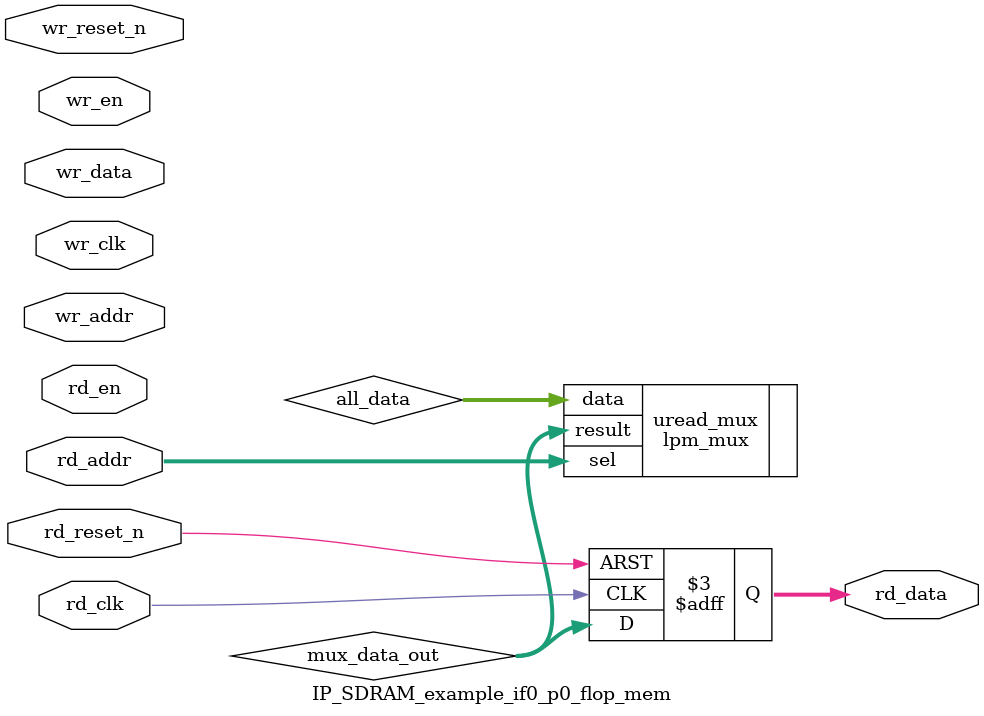
<source format=v>



`timescale 1 ps / 1 ps

(* altera_attribute = "-name ALLOW_SYNCH_CTRL_USAGE ON;-name AUTO_CLOCK_ENABLE_RECOGNITION ON" *)
module IP_SDRAM_example_if0_p0_flop_mem(
	wr_reset_n,
	wr_clk,
	wr_en,
	wr_addr,
	wr_data,
	rd_reset_n,
	rd_clk,
	rd_en,
	rd_addr,
	rd_data
);

parameter WRITE_MEM_DEPTH	= "";
parameter WRITE_ADDR_WIDTH	= "";
parameter WRITE_DATA_WIDTH	= "";
parameter READ_MEM_DEPTH	= "";
parameter READ_ADDR_WIDTH	= "";		 
parameter READ_DATA_WIDTH	= "";


input	wr_reset_n;
input	wr_clk;
input	wr_en;
input	[WRITE_ADDR_WIDTH-1:0] wr_addr;
input	[WRITE_DATA_WIDTH-1:0] wr_data;
input	rd_reset_n;
input	rd_clk;
input	rd_en;
input	[READ_ADDR_WIDTH-1:0] rd_addr;
output	[READ_DATA_WIDTH-1:0] rd_data;



wire	[WRITE_DATA_WIDTH*WRITE_MEM_DEPTH-1:0] all_data;
wire	[READ_DATA_WIDTH-1:0] mux_data_out;



// declare a memory with WRITE_MEM_DEPTH entries
// each entry contains a data size of WRITE_DATA_WIDTH
reg	[WRITE_DATA_WIDTH-1:0] data_stored [0:WRITE_MEM_DEPTH-1] /* synthesis syn_preserve = 1 */;
reg	[READ_DATA_WIDTH-1:0] rd_data;

generate
genvar entry;
	for (entry=0; entry < WRITE_MEM_DEPTH; entry=entry+1)
	begin: mem_location
		assign all_data[(WRITE_DATA_WIDTH*(entry+1)-1) : (WRITE_DATA_WIDTH*entry)] = data_stored[entry]; 
		
		always @(posedge wr_clk or negedge wr_reset_n)
		begin
			if (~wr_reset_n) begin
				data_stored[entry] <= {WRITE_DATA_WIDTH{1'b0}};
			end else begin
				if (wr_en) begin
					if (entry == wr_addr) begin
						data_stored[entry] <= wr_data;
					end
				end
			end
		end		
	end
endgenerate

// mux to select the correct output data based on read address
lpm_mux	uread_mux(
	.sel (rd_addr),
	.data (all_data),
	.result (mux_data_out)
	// synopsys translate_off
	,
	.aclr (),
	.clken (),
	.clock ()
	// synopsys translate_on
	);
 defparam uread_mux.lpm_size = READ_MEM_DEPTH;
 defparam uread_mux.lpm_type = "LPM_MUX";
 defparam uread_mux.lpm_width = READ_DATA_WIDTH;
 defparam uread_mux.lpm_widths = READ_ADDR_WIDTH;

always @(posedge rd_clk or negedge rd_reset_n)	
begin
	if (~rd_reset_n) begin
		rd_data <= {READ_DATA_WIDTH{1'b0}};
	end else begin
		rd_data <= mux_data_out;
	end
end

endmodule

</source>
